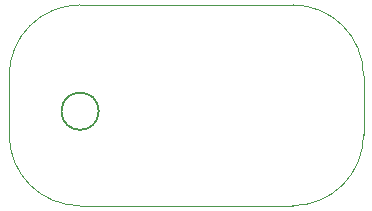
<source format=gbr>
%TF.GenerationSoftware,KiCad,Pcbnew,9.0.3*%
%TF.CreationDate,2025-07-12T05:08:50-07:00*%
%TF.ProjectId,biased-CV-input,62696173-6564-42d4-9356-2d696e707574,rev?*%
%TF.SameCoordinates,Original*%
%TF.FileFunction,Profile,NP*%
%FSLAX46Y46*%
G04 Gerber Fmt 4.6, Leading zero omitted, Abs format (unit mm)*
G04 Created by KiCad (PCBNEW 9.0.3) date 2025-07-12 05:08:50*
%MOMM*%
%LPD*%
G01*
G04 APERTURE LIST*
%TA.AperFunction,Profile*%
%ADD10C,0.050000*%
%TD*%
%TA.AperFunction,Profile*%
%ADD11C,0.127000*%
%TD*%
G04 APERTURE END LIST*
D10*
X105000000Y-71000000D02*
X105000000Y-66000000D01*
X111000000Y-60000000D02*
X129000000Y-60000000D01*
X135000000Y-66000000D02*
X135000000Y-71000000D01*
X135000000Y-71000000D02*
G75*
G02*
X129000000Y-77000000I-6000000J0D01*
G01*
X105000000Y-66000000D02*
G75*
G02*
X111000000Y-60000000I6000000J0D01*
G01*
X129000000Y-60000000D02*
G75*
G02*
X135000000Y-66000000I0J-6000000D01*
G01*
X129000000Y-77000000D02*
X111000000Y-77000000D01*
X111000000Y-77000000D02*
G75*
G02*
X105000000Y-71000000I0J6000000D01*
G01*
D11*
%TO.C,J1*%
X112574800Y-69000000D02*
G75*
G02*
X109425200Y-69000000I-1574800J0D01*
G01*
X109425200Y-69000000D02*
G75*
G02*
X112574800Y-69000000I1574800J0D01*
G01*
%TD*%
M02*

</source>
